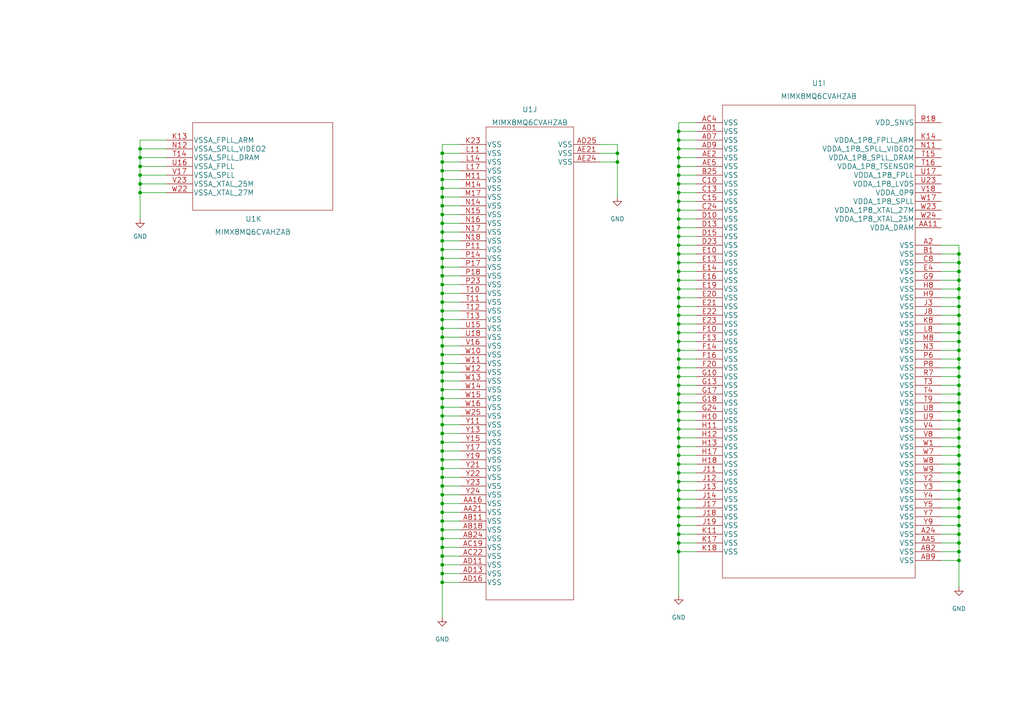
<source format=kicad_sch>
(kicad_sch (version 20230121) (generator eeschema)
  (paper "A4")
  (junction (at 196.85 91.44))
  (junction (at 196.85 109.22))
  (junction (at 196.85 58.42))
  (junction (at 128.27 57.15))
  (junction (at 128.27 143.51))
  (junction (at 196.85 60.96))
  (junction (at 278.13 114.3))
  (junction (at 278.13 78.74))
  (junction (at 278.13 147.32))
  (junction (at 196.85 116.84))
  (junction (at 128.27 64.77))
  (junction (at 196.85 147.32))
  (junction (at 278.13 137.16))
  (junction (at 128.27 125.73))
  (junction (at 128.27 146.05))
  (junction (at 196.85 78.74))
  (junction (at 196.85 83.82))
  (junction (at 196.85 40.64))
  (junction (at 40.64 53.34))
  (junction (at 278.13 104.14))
  (junction (at 128.27 97.79))
  (junction (at 278.13 111.76))
  (junction (at 40.64 50.8))
  (junction (at 278.13 109.22))
  (junction (at 128.27 46.99))
  (junction (at 278.13 76.2))
  (junction (at 128.27 87.63))
  (junction (at 128.27 156.21))
  (junction (at 196.85 53.34))
  (junction (at 196.85 63.5))
  (junction (at 278.13 83.82))
  (junction (at 128.27 72.39))
  (junction (at 278.13 86.36))
  (junction (at 278.13 96.52))
  (junction (at 128.27 69.85))
  (junction (at 278.13 134.62))
  (junction (at 196.85 81.28))
  (junction (at 278.13 91.44))
  (junction (at 196.85 68.58))
  (junction (at 278.13 129.54))
  (junction (at 196.85 142.24))
  (junction (at 196.85 114.3))
  (junction (at 196.85 127))
  (junction (at 196.85 73.66))
  (junction (at 128.27 95.25))
  (junction (at 196.85 119.38))
  (junction (at 196.85 111.76))
  (junction (at 128.27 151.13))
  (junction (at 278.13 149.86))
  (junction (at 278.13 157.48))
  (junction (at 196.85 50.8))
  (junction (at 128.27 115.57))
  (junction (at 128.27 90.17))
  (junction (at 278.13 132.08))
  (junction (at 128.27 52.07))
  (junction (at 128.27 161.29))
  (junction (at 40.64 48.26))
  (junction (at 196.85 106.68))
  (junction (at 128.27 105.41))
  (junction (at 278.13 144.78))
  (junction (at 196.85 86.36))
  (junction (at 128.27 85.09))
  (junction (at 128.27 59.69))
  (junction (at 128.27 77.47))
  (junction (at 278.13 124.46))
  (junction (at 128.27 168.91))
  (junction (at 128.27 54.61))
  (junction (at 196.85 121.92))
  (junction (at 278.13 101.6))
  (junction (at 128.27 113.03))
  (junction (at 278.13 142.24))
  (junction (at 196.85 137.16))
  (junction (at 128.27 49.53))
  (junction (at 278.13 116.84))
  (junction (at 196.85 134.62))
  (junction (at 278.13 73.66))
  (junction (at 128.27 120.65))
  (junction (at 196.85 71.12))
  (junction (at 128.27 100.33))
  (junction (at 196.85 104.14))
  (junction (at 278.13 106.68))
  (junction (at 196.85 149.86))
  (junction (at 196.85 154.94))
  (junction (at 278.13 99.06))
  (junction (at 128.27 153.67))
  (junction (at 278.13 81.28))
  (junction (at 278.13 160.02))
  (junction (at 128.27 133.35))
  (junction (at 128.27 128.27))
  (junction (at 128.27 130.81))
  (junction (at 278.13 121.92))
  (junction (at 128.27 80.01))
  (junction (at 128.27 123.19))
  (junction (at 196.85 96.52))
  (junction (at 128.27 102.87))
  (junction (at 40.64 55.88))
  (junction (at 128.27 44.45))
  (junction (at 196.85 43.18))
  (junction (at 128.27 92.71))
  (junction (at 196.85 139.7))
  (junction (at 40.64 43.18))
  (junction (at 278.13 139.7))
  (junction (at 128.27 110.49))
  (junction (at 128.27 74.93))
  (junction (at 40.64 45.72))
  (junction (at 196.85 99.06))
  (junction (at 196.85 55.88))
  (junction (at 128.27 163.83))
  (junction (at 196.85 144.78))
  (junction (at 278.13 152.4))
  (junction (at 196.85 160.02))
  (junction (at 128.27 140.97))
  (junction (at 128.27 82.55))
  (junction (at 196.85 124.46))
  (junction (at 278.13 127))
  (junction (at 196.85 88.9))
  (junction (at 278.13 162.56))
  (junction (at 128.27 107.95))
  (junction (at 196.85 93.98))
  (junction (at 179.07 46.99))
  (junction (at 196.85 48.26))
  (junction (at 128.27 138.43))
  (junction (at 278.13 93.98))
  (junction (at 278.13 154.94))
  (junction (at 196.85 38.1))
  (junction (at 128.27 135.89))
  (junction (at 128.27 62.23))
  (junction (at 196.85 76.2))
  (junction (at 196.85 66.04))
  (junction (at 196.85 129.54))
  (junction (at 196.85 45.72))
  (junction (at 196.85 132.08))
  (junction (at 278.13 88.9))
  (junction (at 278.13 119.38))
  (junction (at 128.27 166.37))
  (junction (at 196.85 101.6))
  (junction (at 196.85 157.48))
  (junction (at 128.27 67.31))
  (junction (at 128.27 158.75))
  (junction (at 179.07 44.45))
  (junction (at 128.27 148.59))
  (junction (at 128.27 118.11))
  (junction (at 196.85 152.4))
  (wire (pts (xy 40.64 48.26) (xy 48.26 48.26)))
  (wire (pts (xy 201.93 40.64) (xy 196.85 40.64)))
  (wire (pts (xy 128.27 138.43) (xy 128.27 140.97)))
  (wire (pts (xy 128.27 163.83) (xy 128.27 166.37)))
  (wire (pts (xy 278.13 78.74) (xy 278.13 81.28)))
  (wire (pts (xy 133.35 138.43) (xy 128.27 138.43)))
  (wire (pts (xy 133.35 105.41) (xy 128.27 105.41)))
  (wire (pts (xy 128.27 95.25) (xy 128.27 97.79)))
  (wire (pts (xy 278.13 104.14) (xy 273.05 104.14)))
  (wire (pts (xy 133.35 41.91) (xy 128.27 41.91)))
  (wire (pts (xy 278.13 160.02) (xy 278.13 162.56)))
  (wire (pts (xy 196.85 45.72) (xy 196.85 48.26)))
  (wire (pts (xy 196.85 78.74) (xy 196.85 81.28)))
  (wire (pts (xy 278.13 142.24) (xy 278.13 144.78)))
  (wire (pts (xy 133.35 59.69) (xy 128.27 59.69)))
  (wire (pts (xy 201.93 149.86) (xy 196.85 149.86)))
  (wire (pts (xy 278.13 127) (xy 278.13 129.54)))
  (wire (pts (xy 201.93 106.68) (xy 196.85 106.68)))
  (wire (pts (xy 196.85 91.44) (xy 196.85 93.98)))
  (wire (pts (xy 196.85 68.58) (xy 196.85 71.12)))
  (wire (pts (xy 128.27 72.39) (xy 128.27 74.93)))
  (wire (pts (xy 278.13 106.68) (xy 273.05 106.68)))
  (wire (pts (xy 278.13 139.7) (xy 278.13 142.24)))
  (wire (pts (xy 128.27 97.79) (xy 128.27 100.33)))
  (wire (pts (xy 278.13 116.84) (xy 273.05 116.84)))
  (wire (pts (xy 196.85 58.42) (xy 196.85 60.96)))
  (wire (pts (xy 133.35 146.05) (xy 128.27 146.05)))
  (wire (pts (xy 278.13 154.94) (xy 278.13 157.48)))
  (wire (pts (xy 278.13 139.7) (xy 273.05 139.7)))
  (wire (pts (xy 201.93 35.56) (xy 196.85 35.56)))
  (wire (pts (xy 128.27 90.17) (xy 128.27 92.71)))
  (wire (pts (xy 278.13 101.6) (xy 273.05 101.6)))
  (wire (pts (xy 128.27 44.45) (xy 128.27 46.99)))
  (wire (pts (xy 278.13 91.44) (xy 273.05 91.44)))
  (wire (pts (xy 133.35 46.99) (xy 128.27 46.99)))
  (wire (pts (xy 40.64 43.18) (xy 40.64 45.72)))
  (wire (pts (xy 128.27 123.19) (xy 128.27 125.73)))
  (wire (pts (xy 196.85 139.7) (xy 196.85 142.24)))
  (wire (pts (xy 196.85 60.96) (xy 196.85 63.5)))
  (wire (pts (xy 128.27 41.91) (xy 128.27 44.45)))
  (wire (pts (xy 201.93 66.04) (xy 196.85 66.04)))
  (wire (pts (xy 278.13 91.44) (xy 278.13 93.98)))
  (wire (pts (xy 128.27 64.77) (xy 128.27 67.31)))
  (wire (pts (xy 278.13 81.28) (xy 278.13 83.82)))
  (wire (pts (xy 133.35 148.59) (xy 128.27 148.59)))
  (wire (pts (xy 133.35 168.91) (xy 128.27 168.91)))
  (wire (pts (xy 196.85 55.88) (xy 196.85 58.42)))
  (wire (pts (xy 133.35 80.01) (xy 128.27 80.01)))
  (wire (pts (xy 128.27 151.13) (xy 128.27 153.67)))
  (wire (pts (xy 196.85 40.64) (xy 196.85 43.18)))
  (wire (pts (xy 278.13 83.82) (xy 273.05 83.82)))
  (wire (pts (xy 133.35 64.77) (xy 128.27 64.77)))
  (wire (pts (xy 128.27 133.35) (xy 128.27 135.89)))
  (wire (pts (xy 196.85 53.34) (xy 196.85 55.88)))
  (wire (pts (xy 133.35 156.21) (xy 128.27 156.21)))
  (wire (pts (xy 201.93 43.18) (xy 196.85 43.18)))
  (wire (pts (xy 40.64 48.26) (xy 40.64 50.8)))
  (wire (pts (xy 278.13 93.98) (xy 273.05 93.98)))
  (wire (pts (xy 196.85 96.52) (xy 196.85 99.06)))
  (wire (pts (xy 201.93 152.4) (xy 196.85 152.4)))
  (wire (pts (xy 133.35 128.27) (xy 128.27 128.27)))
  (wire (pts (xy 128.27 77.47) (xy 128.27 80.01)))
  (wire (pts (xy 128.27 166.37) (xy 128.27 168.91)))
  (wire (pts (xy 196.85 71.12) (xy 196.85 73.66)))
  (wire (pts (xy 278.13 134.62) (xy 278.13 137.16)))
  (wire (pts (xy 278.13 86.36) (xy 273.05 86.36)))
  (wire (pts (xy 40.64 40.64) (xy 40.64 43.18)))
  (wire (pts (xy 278.13 96.52) (xy 278.13 99.06)))
  (wire (pts (xy 278.13 157.48) (xy 273.05 157.48)))
  (wire (pts (xy 128.27 148.59) (xy 128.27 151.13)))
  (wire (pts (xy 128.27 168.91) (xy 128.27 179.07)))
  (wire (pts (xy 128.27 54.61) (xy 128.27 57.15)))
  (wire (pts (xy 201.93 114.3) (xy 196.85 114.3)))
  (wire (pts (xy 278.13 162.56) (xy 273.05 162.56)))
  (wire (pts (xy 196.85 147.32) (xy 196.85 149.86)))
  (wire (pts (xy 133.35 92.71) (xy 128.27 92.71)))
  (wire (pts (xy 133.35 118.11) (xy 128.27 118.11)))
  (wire (pts (xy 196.85 86.36) (xy 196.85 88.9)))
  (wire (pts (xy 278.13 142.24) (xy 273.05 142.24)))
  (wire (pts (xy 201.93 71.12) (xy 196.85 71.12)))
  (wire (pts (xy 128.27 105.41) (xy 128.27 107.95)))
  (wire (pts (xy 278.13 106.68) (xy 278.13 109.22)))
  (wire (pts (xy 278.13 83.82) (xy 278.13 86.36)))
  (wire (pts (xy 40.64 50.8) (xy 48.26 50.8)))
  (wire (pts (xy 128.27 153.67) (xy 128.27 156.21)))
  (wire (pts (xy 128.27 107.95) (xy 128.27 110.49)))
  (wire (pts (xy 278.13 93.98) (xy 278.13 96.52)))
  (wire (pts (xy 278.13 114.3) (xy 273.05 114.3)))
  (wire (pts (xy 128.27 130.81) (xy 128.27 133.35)))
  (wire (pts (xy 40.64 50.8) (xy 40.64 53.34)))
  (wire (pts (xy 133.35 100.33) (xy 128.27 100.33)))
  (wire (pts (xy 133.35 82.55) (xy 128.27 82.55)))
  (wire (pts (xy 201.93 73.66) (xy 196.85 73.66)))
  (wire (pts (xy 196.85 99.06) (xy 196.85 101.6)))
  (wire (pts (xy 133.35 135.89) (xy 128.27 135.89)))
  (wire (pts (xy 201.93 99.06) (xy 196.85 99.06)))
  (wire (pts (xy 133.35 72.39) (xy 128.27 72.39)))
  (wire (pts (xy 128.27 46.99) (xy 128.27 49.53)))
  (wire (pts (xy 128.27 161.29) (xy 128.27 163.83)))
  (wire (pts (xy 201.93 45.72) (xy 196.85 45.72)))
  (wire (pts (xy 278.13 132.08) (xy 278.13 134.62)))
  (wire (pts (xy 128.27 110.49) (xy 128.27 113.03)))
  (wire (pts (xy 128.27 113.03) (xy 128.27 115.57)))
  (wire (pts (xy 201.93 53.34) (xy 196.85 53.34)))
  (wire (pts (xy 196.85 66.04) (xy 196.85 68.58)))
  (wire (pts (xy 196.85 137.16) (xy 196.85 139.7)))
  (wire (pts (xy 278.13 149.86) (xy 278.13 152.4)))
  (wire (pts (xy 133.35 143.51) (xy 128.27 143.51)))
  (wire (pts (xy 278.13 99.06) (xy 278.13 101.6)))
  (wire (pts (xy 201.93 101.6) (xy 196.85 101.6)))
  (wire (pts (xy 128.27 140.97) (xy 128.27 143.51)))
  (wire (pts (xy 201.93 144.78) (xy 196.85 144.78)))
  (wire (pts (xy 196.85 160.02) (xy 196.85 172.72)))
  (wire (pts (xy 128.27 67.31) (xy 128.27 69.85)))
  (wire (pts (xy 196.85 63.5) (xy 196.85 66.04)))
  (wire (pts (xy 196.85 149.86) (xy 196.85 152.4)))
  (wire (pts (xy 278.13 78.74) (xy 273.05 78.74)))
  (wire (pts (xy 201.93 63.5) (xy 196.85 63.5)))
  (wire (pts (xy 196.85 81.28) (xy 196.85 83.82)))
  (wire (pts (xy 278.13 121.92) (xy 273.05 121.92)))
  (wire (pts (xy 201.93 134.62) (xy 196.85 134.62)))
  (wire (pts (xy 196.85 152.4) (xy 196.85 154.94)))
  (wire (pts (xy 128.27 146.05) (xy 128.27 148.59)))
  (wire (pts (xy 278.13 147.32) (xy 273.05 147.32)))
  (wire (pts (xy 201.93 127) (xy 196.85 127)))
  (wire (pts (xy 278.13 132.08) (xy 273.05 132.08)))
  (wire (pts (xy 179.07 41.91) (xy 179.07 44.45)))
  (wire (pts (xy 173.99 44.45) (xy 179.07 44.45)))
  (wire (pts (xy 201.93 109.22) (xy 196.85 109.22)))
  (wire (pts (xy 196.85 129.54) (xy 196.85 132.08)))
  (wire (pts (xy 133.35 110.49) (xy 128.27 110.49)))
  (wire (pts (xy 201.93 121.92) (xy 196.85 121.92)))
  (wire (pts (xy 40.64 45.72) (xy 48.26 45.72)))
  (wire (pts (xy 201.93 81.28) (xy 196.85 81.28)))
  (wire (pts (xy 196.85 144.78) (xy 196.85 147.32)))
  (wire (pts (xy 128.27 62.23) (xy 128.27 64.77)))
  (wire (pts (xy 128.27 100.33) (xy 128.27 102.87)))
  (wire (pts (xy 128.27 156.21) (xy 128.27 158.75)))
  (wire (pts (xy 278.13 111.76) (xy 278.13 114.3)))
  (wire (pts (xy 201.93 88.9) (xy 196.85 88.9)))
  (wire (pts (xy 133.35 102.87) (xy 128.27 102.87)))
  (wire (pts (xy 196.85 48.26) (xy 196.85 50.8)))
  (wire (pts (xy 278.13 114.3) (xy 278.13 116.84)))
  (wire (pts (xy 196.85 50.8) (xy 196.85 53.34)))
  (wire (pts (xy 278.13 86.36) (xy 278.13 88.9)))
  (wire (pts (xy 133.35 123.19) (xy 128.27 123.19)))
  (wire (pts (xy 196.85 121.92) (xy 196.85 124.46)))
  (wire (pts (xy 278.13 99.06) (xy 273.05 99.06)))
  (wire (pts (xy 278.13 157.48) (xy 278.13 160.02)))
  (wire (pts (xy 278.13 71.12) (xy 278.13 73.66)))
  (wire (pts (xy 278.13 76.2) (xy 278.13 78.74)))
  (wire (pts (xy 196.85 35.56) (xy 196.85 38.1)))
  (wire (pts (xy 278.13 104.14) (xy 278.13 106.68)))
  (wire (pts (xy 133.35 97.79) (xy 128.27 97.79)))
  (wire (pts (xy 133.35 87.63) (xy 128.27 87.63)))
  (wire (pts (xy 133.35 158.75) (xy 128.27 158.75)))
  (wire (pts (xy 201.93 137.16) (xy 196.85 137.16)))
  (wire (pts (xy 133.35 153.67) (xy 128.27 153.67)))
  (wire (pts (xy 133.35 133.35) (xy 128.27 133.35)))
  (wire (pts (xy 278.13 76.2) (xy 273.05 76.2)))
  (wire (pts (xy 128.27 69.85) (xy 128.27 72.39)))
  (wire (pts (xy 40.64 43.18) (xy 48.26 43.18)))
  (wire (pts (xy 128.27 115.57) (xy 128.27 118.11)))
  (wire (pts (xy 201.93 111.76) (xy 196.85 111.76)))
  (wire (pts (xy 179.07 46.99) (xy 179.07 57.15)))
  (wire (pts (xy 133.35 151.13) (xy 128.27 151.13)))
  (wire (pts (xy 201.93 76.2) (xy 196.85 76.2)))
  (wire (pts (xy 201.93 104.14) (xy 196.85 104.14)))
  (wire (pts (xy 278.13 137.16) (xy 273.05 137.16)))
  (wire (pts (xy 278.13 124.46) (xy 278.13 127)))
  (wire (pts (xy 278.13 116.84) (xy 278.13 119.38)))
  (wire (pts (xy 278.13 88.9) (xy 278.13 91.44)))
  (wire (pts (xy 201.93 38.1) (xy 196.85 38.1)))
  (wire (pts (xy 278.13 111.76) (xy 273.05 111.76)))
  (wire (pts (xy 278.13 134.62) (xy 273.05 134.62)))
  (wire (pts (xy 173.99 46.99) (xy 179.07 46.99)))
  (wire (pts (xy 278.13 109.22) (xy 278.13 111.76)))
  (wire (pts (xy 278.13 129.54) (xy 278.13 132.08)))
  (wire (pts (xy 278.13 152.4) (xy 278.13 154.94)))
  (wire (pts (xy 278.13 73.66) (xy 278.13 76.2)))
  (wire (pts (xy 201.93 55.88) (xy 196.85 55.88)))
  (wire (pts (xy 196.85 134.62) (xy 196.85 137.16)))
  (wire (pts (xy 196.85 76.2) (xy 196.85 78.74)))
  (wire (pts (xy 133.35 125.73) (xy 128.27 125.73)))
  (wire (pts (xy 128.27 82.55) (xy 128.27 85.09)))
  (wire (pts (xy 128.27 52.07) (xy 128.27 54.61)))
  (wire (pts (xy 201.93 129.54) (xy 196.85 129.54)))
  (wire (pts (xy 128.27 135.89) (xy 128.27 138.43)))
  (wire (pts (xy 128.27 128.27) (xy 128.27 130.81)))
  (wire (pts (xy 196.85 124.46) (xy 196.85 127)))
  (wire (pts (xy 196.85 154.94) (xy 196.85 157.48)))
  (wire (pts (xy 278.13 152.4) (xy 273.05 152.4)))
  (wire (pts (xy 278.13 81.28) (xy 273.05 81.28)))
  (wire (pts (xy 128.27 118.11) (xy 128.27 120.65)))
  (wire (pts (xy 278.13 88.9) (xy 273.05 88.9)))
  (wire (pts (xy 128.27 59.69) (xy 128.27 62.23)))
  (wire (pts (xy 196.85 43.18) (xy 196.85 45.72)))
  (wire (pts (xy 128.27 143.51) (xy 128.27 146.05)))
  (wire (pts (xy 196.85 157.48) (xy 196.85 160.02)))
  (wire (pts (xy 196.85 88.9) (xy 196.85 91.44)))
  (wire (pts (xy 133.35 107.95) (xy 128.27 107.95)))
  (wire (pts (xy 201.93 160.02) (xy 196.85 160.02)))
  (wire (pts (xy 133.35 120.65) (xy 128.27 120.65)))
  (wire (pts (xy 201.93 116.84) (xy 196.85 116.84)))
  (wire (pts (xy 133.35 166.37) (xy 128.27 166.37)))
  (wire (pts (xy 201.93 157.48) (xy 196.85 157.48)))
  (wire (pts (xy 133.35 74.93) (xy 128.27 74.93)))
  (wire (pts (xy 128.27 102.87) (xy 128.27 105.41)))
  (wire (pts (xy 278.13 124.46) (xy 273.05 124.46)))
  (wire (pts (xy 128.27 120.65) (xy 128.27 123.19)))
  (wire (pts (xy 133.35 57.15) (xy 128.27 57.15)))
  (wire (pts (xy 133.35 54.61) (xy 128.27 54.61)))
  (wire (pts (xy 196.85 101.6) (xy 196.85 104.14)))
  (wire (pts (xy 201.93 124.46) (xy 196.85 124.46)))
  (wire (pts (xy 128.27 85.09) (xy 128.27 87.63)))
  (wire (pts (xy 128.27 49.53) (xy 128.27 52.07)))
  (wire (pts (xy 278.13 144.78) (xy 278.13 147.32)))
  (wire (pts (xy 196.85 111.76) (xy 196.85 114.3)))
  (wire (pts (xy 278.13 127) (xy 273.05 127)))
  (wire (pts (xy 278.13 162.56) (xy 278.13 170.18)))
  (wire (pts (xy 133.35 95.25) (xy 128.27 95.25)))
  (wire (pts (xy 201.93 154.94) (xy 196.85 154.94)))
  (wire (pts (xy 196.85 119.38) (xy 196.85 121.92)))
  (wire (pts (xy 201.93 50.8) (xy 196.85 50.8)))
  (wire (pts (xy 201.93 60.96) (xy 196.85 60.96)))
  (wire (pts (xy 278.13 129.54) (xy 273.05 129.54)))
  (wire (pts (xy 128.27 125.73) (xy 128.27 128.27)))
  (wire (pts (xy 173.99 41.91) (xy 179.07 41.91)))
  (wire (pts (xy 278.13 73.66) (xy 273.05 73.66)))
  (wire (pts (xy 278.13 144.78) (xy 273.05 144.78)))
  (wire (pts (xy 133.35 49.53) (xy 128.27 49.53)))
  (wire (pts (xy 201.93 142.24) (xy 196.85 142.24)))
  (wire (pts (xy 201.93 78.74) (xy 196.85 78.74)))
  (wire (pts (xy 201.93 48.26) (xy 196.85 48.26)))
  (wire (pts (xy 48.26 40.64) (xy 40.64 40.64)))
  (wire (pts (xy 133.35 44.45) (xy 128.27 44.45)))
  (wire (pts (xy 133.35 67.31) (xy 128.27 67.31)))
  (wire (pts (xy 196.85 38.1) (xy 196.85 40.64)))
  (wire (pts (xy 40.64 55.88) (xy 40.64 63.5)))
  (wire (pts (xy 179.07 44.45) (xy 179.07 46.99)))
  (wire (pts (xy 278.13 119.38) (xy 273.05 119.38)))
  (wire (pts (xy 133.35 85.09) (xy 128.27 85.09)))
  (wire (pts (xy 133.35 113.03) (xy 128.27 113.03)))
  (wire (pts (xy 196.85 106.68) (xy 196.85 109.22)))
  (wire (pts (xy 196.85 93.98) (xy 196.85 96.52)))
  (wire (pts (xy 196.85 73.66) (xy 196.85 76.2)))
  (wire (pts (xy 278.13 101.6) (xy 278.13 104.14)))
  (wire (pts (xy 133.35 62.23) (xy 128.27 62.23)))
  (wire (pts (xy 196.85 114.3) (xy 196.85 116.84)))
  (wire (pts (xy 201.93 139.7) (xy 196.85 139.7)))
  (wire (pts (xy 128.27 80.01) (xy 128.27 82.55)))
  (wire (pts (xy 278.13 121.92) (xy 278.13 124.46)))
  (wire (pts (xy 201.93 83.82) (xy 196.85 83.82)))
  (wire (pts (xy 133.35 163.83) (xy 128.27 163.83)))
  (wire (pts (xy 201.93 93.98) (xy 196.85 93.98)))
  (wire (pts (xy 128.27 158.75) (xy 128.27 161.29)))
  (wire (pts (xy 133.35 77.47) (xy 128.27 77.47)))
  (wire (pts (xy 40.64 45.72) (xy 40.64 48.26)))
  (wire (pts (xy 196.85 127) (xy 196.85 129.54)))
  (wire (pts (xy 128.27 57.15) (xy 128.27 59.69)))
  (wire (pts (xy 278.13 96.52) (xy 273.05 96.52)))
  (wire (pts (xy 196.85 109.22) (xy 196.85 111.76)))
  (wire (pts (xy 133.35 69.85) (xy 128.27 69.85)))
  (wire (pts (xy 133.35 161.29) (xy 128.27 161.29)))
  (wire (pts (xy 196.85 104.14) (xy 196.85 106.68)))
  (wire (pts (xy 133.35 130.81) (xy 128.27 130.81)))
  (wire (pts (xy 196.85 142.24) (xy 196.85 144.78)))
  (wire (pts (xy 40.64 53.34) (xy 40.64 55.88)))
  (wire (pts (xy 196.85 83.82) (xy 196.85 86.36)))
  (wire (pts (xy 278.13 119.38) (xy 278.13 121.92)))
  (wire (pts (xy 278.13 109.22) (xy 273.05 109.22)))
  (wire (pts (xy 278.13 147.32) (xy 278.13 149.86)))
  (wire (pts (xy 201.93 132.08) (xy 196.85 132.08)))
  (wire (pts (xy 128.27 74.93) (xy 128.27 77.47)))
  (wire (pts (xy 278.13 154.94) (xy 273.05 154.94)))
  (wire (pts (xy 278.13 137.16) (xy 278.13 139.7)))
  (wire (pts (xy 196.85 116.84) (xy 196.85 119.38)))
  (wire (pts (xy 201.93 147.32) (xy 196.85 147.32)))
  (wire (pts (xy 201.93 96.52) (xy 196.85 96.52)))
  (wire (pts (xy 201.93 91.44) (xy 196.85 91.44)))
  (wire (pts (xy 40.64 55.88) (xy 48.26 55.88)))
  (wire (pts (xy 201.93 119.38) (xy 196.85 119.38)))
  (wire (pts (xy 128.27 92.71) (xy 128.27 95.25)))
  (wire (pts (xy 196.85 132.08) (xy 196.85 134.62)))
  (wire (pts (xy 201.93 58.42) (xy 196.85 58.42)))
  (wire (pts (xy 133.35 115.57) (xy 128.27 115.57)))
  (wire (pts (xy 133.35 90.17) (xy 128.27 90.17)))
  (wire (pts (xy 201.93 68.58) (xy 196.85 68.58)))
  (wire (pts (xy 278.13 71.12) (xy 273.05 71.12)))
  (wire (pts (xy 278.13 149.86) (xy 273.05 149.86)))
  (wire (pts (xy 133.35 52.07) (xy 128.27 52.07)))
  (wire (pts (xy 40.64 53.34) (xy 48.26 53.34)))
  (wire (pts (xy 128.27 87.63) (xy 128.27 90.17)))
  (wire (pts (xy 278.13 160.02) (xy 273.05 160.02)))
  (wire (pts (xy 133.35 140.97) (xy 128.27 140.97)))
  (wire (pts (xy 201.93 86.36) (xy 196.85 86.36)))
  (symbol (lib_id "_MIMX8MQ6CVAHZAB:MIMX8MQ6CVAHZAB") (at 273.05 35.56 0) (mirror y) (unit 9)
    (property "Reference" "U1" (at 237.49 24.13 0) (effects (font (size 1.524 1.524))))
    (property "Value" "MIMX8MQ6CVAHZAB" (at 237.49 27.94 0) (effects (font (size 1.524 1.524))))
    (property "Footprint" "IMX8MQ_footprints:MIMX8MQ6CVAHZAB" (effects hide))
  )
  (symbol (lib_id "power:GND") (at 128.27 179.07 0) (mirror y) (unit 1)
    (property "Reference" "#PWR0104" (effects hide))
    (property "Value" "GND" (at 128.27 185.42 0))
    (instances (project "IMX8MQ" (path "" (reference "#PWR0104") (unit 1)) (path "" (reference "#PWR042") (unit 1)) (path "" (reference "#PWR041") (unit 1))))
  )
  (symbol (lib_id "power:GND") (at 40.64 63.5 0) (unit 1)
    (property "Reference" "#PWR044" (effects hide))
    (property "Value" "GND" (at 40.64 68.58 0))
    (instances (project "IMX8MQ" (path "" (reference "#PWR044") (unit 1)) (path "" (reference "#PWR044") (unit 1)) (path "" (reference "#PWR040") (unit 1))))
  )
  (symbol (lib_id "_MIMX8MQ6CVAHZAB:MIMX8MQ6CVAHZAB") (at 48.26 40.64 0) (unit 11)
    (property "Reference" "U1" (at 71.12 63.5 0) (effects (font (size 1.524 1.524)) (justify left)))
    (property "Value" "MIMX8MQ6CVAHZAB" (at 62.23 67.31 0) (effects (font (size 1.524 1.524)) (justify left)))
    (property "Footprint" "IMX8MQ_footprints:MIMX8MQ6CVAHZAB" (effects hide))
  )
  (symbol (lib_id "power:GND") (at 196.85 172.72 0) (mirror y) (unit 1)
    (property "Reference" "#PWR0103" (effects hide))
    (property "Value" "GND" (at 196.85 179.07 0))
    (instances (project "IMX8MQ" (path "" (reference "#PWR0103") (unit 1)) (path "" (reference "#PWR040") (unit 1)) (path "" (reference "#PWR043") (unit 1))))
  )
  (symbol (lib_id "_MIMX8MQ6CVAHZAB:MIMX8MQ6CVAHZAB") (at 133.35 41.91 0) (unit 10)
    (property "Reference" "U1" (at 153.67 31.75 0) (effects (font (size 1.524 1.524))))
    (property "Value" "MIMX8MQ6CVAHZAB" (at 153.67 35.56 0) (effects (font (size 1.524 1.524))))
    (property "Footprint" "IMX8MQ_footprints:MIMX8MQ6CVAHZAB" (effects hide))
  )
  (symbol (lib_id "power:GND") (at 278.13 170.18 0) (mirror y) (unit 1)
    (property "Reference" "#PWR0102" (effects hide))
    (property "Value" "GND" (at 278.13 176.53 0))
    (instances (project "IMX8MQ" (path "" (reference "#PWR0102") (unit 1)) (path "" (reference "#PWR041") (unit 1)) (path "" (reference "#PWR044") (unit 1))))
  )
  (symbol (lib_id "power:GND") (at 179.07 57.15 0) (unit 1)
    (property "Reference" "#PWR0101" (effects hide))
    (property "Value" "GND" (at 179.07 63.5 0))
    (instances (project "IMX8MQ" (path "" (reference "#PWR0101") (unit 1)) (path "" (reference "#PWR043") (unit 1)) (path "" (reference "#PWR042") (unit 1))))
  )
)
</source>
